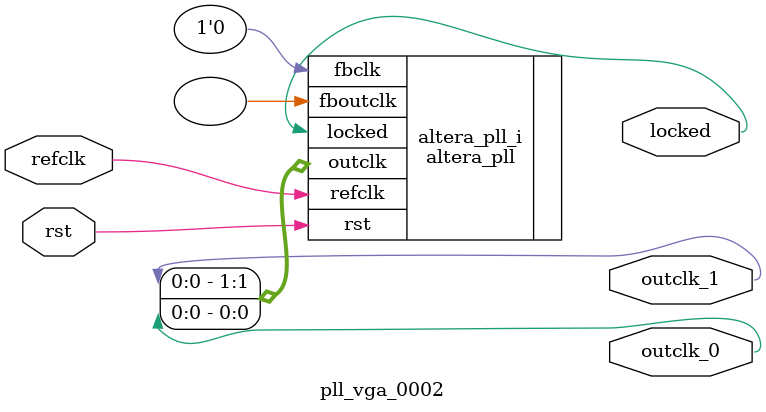
<source format=v>
`timescale 1ns/10ps
module  pll_vga_0002(

	// interface 'refclk'
	input wire refclk,

	// interface 'reset'
	input wire rst,

	// interface 'outclk0'
	output wire outclk_0,

	// interface 'outclk1'
	output wire outclk_1,

	// interface 'locked'
	output wire locked
);

	altera_pll #(
		.fractional_vco_multiplier("false"),
		.reference_clock_frequency("50.0 MHz"),
		.operation_mode("direct"),
		.number_of_clocks(2),
		.output_clock_frequency0("25.175644 MHz"),
		.phase_shift0("0 ps"),
		.duty_cycle0(50),
		.output_clock_frequency1("25.175644 MHz"),
		.phase_shift1("29791 ps"),
		.duty_cycle1(50),
		.output_clock_frequency2("0 MHz"),
		.phase_shift2("0 ps"),
		.duty_cycle2(50),
		.output_clock_frequency3("0 MHz"),
		.phase_shift3("0 ps"),
		.duty_cycle3(50),
		.output_clock_frequency4("0 MHz"),
		.phase_shift4("0 ps"),
		.duty_cycle4(50),
		.output_clock_frequency5("0 MHz"),
		.phase_shift5("0 ps"),
		.duty_cycle5(50),
		.output_clock_frequency6("0 MHz"),
		.phase_shift6("0 ps"),
		.duty_cycle6(50),
		.output_clock_frequency7("0 MHz"),
		.phase_shift7("0 ps"),
		.duty_cycle7(50),
		.output_clock_frequency8("0 MHz"),
		.phase_shift8("0 ps"),
		.duty_cycle8(50),
		.output_clock_frequency9("0 MHz"),
		.phase_shift9("0 ps"),
		.duty_cycle9(50),
		.output_clock_frequency10("0 MHz"),
		.phase_shift10("0 ps"),
		.duty_cycle10(50),
		.output_clock_frequency11("0 MHz"),
		.phase_shift11("0 ps"),
		.duty_cycle11(50),
		.output_clock_frequency12("0 MHz"),
		.phase_shift12("0 ps"),
		.duty_cycle12(50),
		.output_clock_frequency13("0 MHz"),
		.phase_shift13("0 ps"),
		.duty_cycle13(50),
		.output_clock_frequency14("0 MHz"),
		.phase_shift14("0 ps"),
		.duty_cycle14(50),
		.output_clock_frequency15("0 MHz"),
		.phase_shift15("0 ps"),
		.duty_cycle15(50),
		.output_clock_frequency16("0 MHz"),
		.phase_shift16("0 ps"),
		.duty_cycle16(50),
		.output_clock_frequency17("0 MHz"),
		.phase_shift17("0 ps"),
		.duty_cycle17(50),
		.pll_type("General"),
		.pll_subtype("General")
	) altera_pll_i (
		.rst	(rst),
		.outclk	({outclk_1, outclk_0}),
		.locked	(locked),
		.fboutclk	( ),
		.fbclk	(1'b0),
		.refclk	(refclk)
	);
endmodule


</source>
